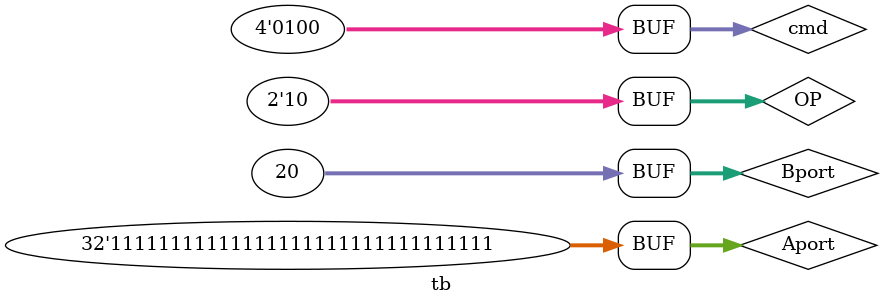
<source format=v>
module tb;
	// Inputs
	reg [31:0] Aport;
	reg [31:0] Bport;
	reg [1:0] OP;
	reg [3:0] cmd;

	// Outputs
	wire [31:0] ALU_out;
	wire [3:0] flags;

	// Instantiate the Unit Under Test (UUT)
	ALU uut (
		.Aport(Aport), 
		.Bport(Bport), 
		.OP(OP), 
		.cmd(cmd), 
		.ALU_out(ALU_out), 
		.flags(flags)
	);

	initial begin
		// Initialize Inputs
		Aport = 0;
		Bport = 0;
		OP = 0;
		cmd = 0;

		// Wait 100 ns for global reset to finish
		#100;
        
		Aport = 32'h11111;
		Bport = 32'h00001; 
		OP=0;
		
		cmd = 1;
		#50;	cmd = 2;
		#50;	cmd = 3;
		#50;	cmd = 4;
		#50;	cmd = 10;
		#50;	cmd = 12;
		#50;		
		OP=1;
		Aport=15;
		Bport=14;
		cmd=0;
		#50;	cmd[3] = 1;
		
		#50;	OP=2;
		cmd = 4'b0100;
		Aport = 32'hFFFFFFFF;
		Bport = 20;
	end    
endmodule


</source>
